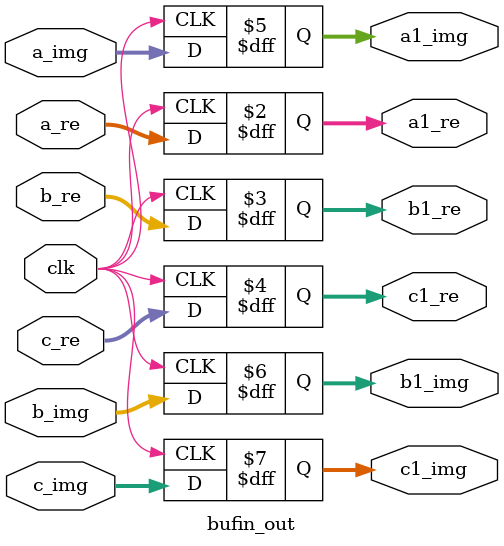
<source format=v>
`timescale 1ns / 1ps
module bufin_out(
    input [31:0] a_re,
    input [31:0] b_re,
    input [31:0] c_re,
	 input [31:0] a_img,
	 input [31:0] b_img,
	 input [31:0] c_img,
    output reg [31:0] a1_re,
    output reg  [31:0] b1_re,
    output reg [31:0] c1_re,
	 output reg  [31:0] a1_img,
	 output reg  [31:0] b1_img,
	 output reg  [31:0] c1_img,
    input clk
    );
always @(posedge clk) begin
a1_re=a_re;
a1_img<=a_img;
b1_re<=b_re;
b1_img<=b_img;
c1_re<=c_re;
c1_img<=c_img;
end

endmodule

</source>
